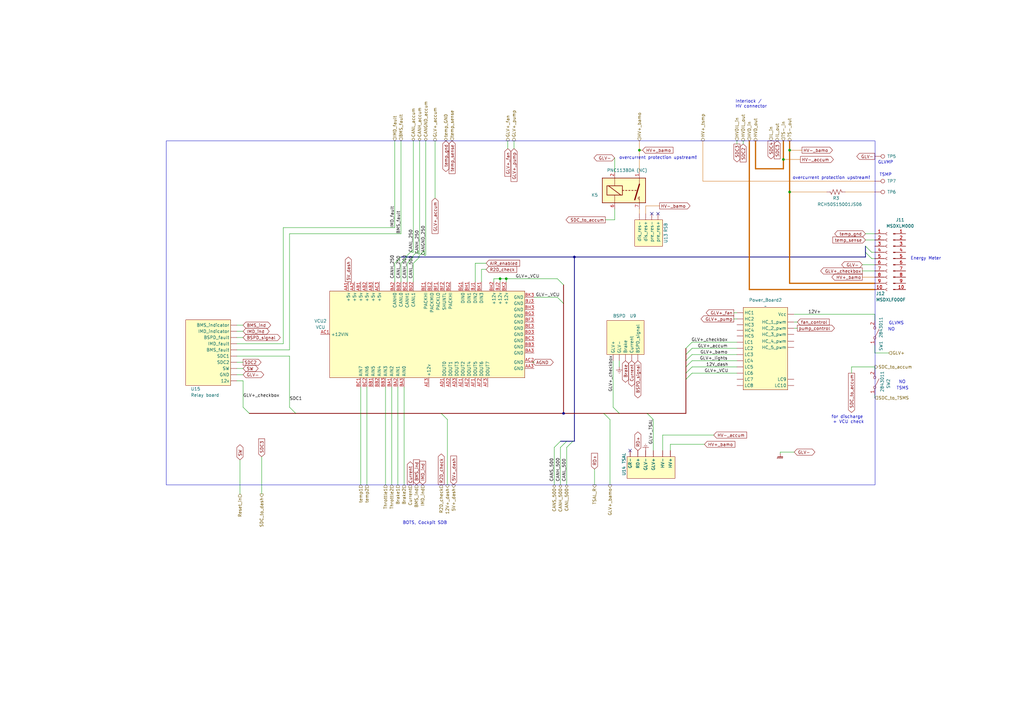
<source format=kicad_sch>
(kicad_sch (version 20231120) (generator "eeschema") (generator_version "8.0")
  (paper "A3")
  (title_block (title "SC FormulaE Electrical System"))
  (lib_symbols
    (symbol "Connector:Conn_01x10_Pin" (pin_names (offset 1.016) hide)
      (property "Reference" "J" (at 0 12.7 0))
      (property "Value" "Conn_01x10_Pin" (at 0 -15.24 0))
      (symbol "Conn_01x10_Pin_1_1"
        (polyline (pts (xy 1.27 -12.7) (xy 0.8636 -12.7)) (stroke (width 0.1524)))
        (polyline (pts (xy 1.27 -10.16) (xy 0.8636 -10.16)) (stroke (width 0.1524)))
        (polyline (pts (xy 1.27 -7.62) (xy 0.8636 -7.62)) (stroke (width 0.1524)))
        (polyline (pts (xy 1.27 -5.08) (xy 0.8636 -5.08)) (stroke (width 0.1524)))
        (polyline (pts (xy 1.27 -2.54) (xy 0.8636 -2.54)) (stroke (width 0.1524)))
        (polyline (pts (xy 1.27 0) (xy 0.8636 0)) (stroke (width 0.1524)))
        (polyline (pts (xy 1.27 2.54) (xy 0.8636 2.54)) (stroke (width 0.1524)))
        (polyline (pts (xy 1.27 5.08) (xy 0.8636 5.08)) (stroke (width 0.1524)))
        (polyline (pts (xy 1.27 7.62) (xy 0.8636 7.62)) (stroke (width 0.1524)))
        (polyline (pts (xy 1.27 10.16) (xy 0.8636 10.16)) (stroke (width 0.1524)))
        (rectangle (start 0.8636 -12.573) (end 0 -12.827) (stroke (width 0.1524)) (fill (type outline)))
        (rectangle (start 0.8636 -10.033) (end 0 -10.287) (stroke (width 0.1524)) (fill (type outline)))
        (rectangle (start 0.8636 -7.493) (end 0 -7.747) (stroke (width 0.1524)) (fill (type outline)))
        (rectangle (start 0.8636 -4.953) (end 0 -5.207) (stroke (width 0.1524)) (fill (type outline)))
        (rectangle (start 0.8636 -2.413) (end 0 -2.667) (stroke (width 0.1524)) (fill (type outline)))
        (rectangle (start 0.8636 0.127) (end 0 -0.127) (stroke (width 0.1524)) (fill (type outline)))
        (rectangle (start 0.8636 2.667) (end 0 2.413) (stroke (width 0.1524)) (fill (type outline)))
        (rectangle (start 0.8636 5.207) (end 0 4.953) (stroke (width 0.1524)) (fill (type outline)))
        (rectangle (start 0.8636 7.747) (end 0 7.493) (stroke (width 0.1524)) (fill (type outline)))
        (rectangle (start 0.8636 10.287) (end 0 10.033) (stroke (width 0.1524)) (fill (type outline)))
        (pin passive line (at 5.08 10.16 180) (length 3.81) (name "Pin_1") (number "1"))
        (pin passive line (at 5.08 -12.7 180) (length 3.81) (name "Pin_10") (number "10"))
        (pin passive line (at 5.08 7.62 180) (length 3.81) (name "Pin_2") (number "2"))
        (pin passive line (at 5.08 5.08 180) (length 3.81) (name "Pin_3") (number "3"))
        (pin passive line (at 5.08 2.54 180) (length 3.81) (name "Pin_4") (number "4"))
        (pin passive line (at 5.08 0 180) (length 3.81) (name "Pin_5") (number "5"))
        (pin passive line (at 5.08 -2.54 180) (length 3.81) (name "Pin_6") (number "6"))
        (pin passive line (at 5.08 -5.08 180) (length 3.81) (name "Pin_7") (number "7"))
        (pin passive line (at 5.08 -7.62 180) (length 3.81) (name "Pin_8") (number "8"))
        (pin passive line (at 5.08 -10.16 180) (length 3.81) (name "Pin_9") (number "9"))
      )
    )
    (symbol "Connector:Conn_01x10_Socket" (pin_names (offset 1.016) hide)
      (property "Reference" "J" (at 0 12.7 0))
      (property "Value" "Conn_01x10_Socket" (at 0 -15.24 0))
      (symbol "Conn_01x10_Socket_1_1"
        (arc (start 0 -12.192) (mid -0.5058 -12.7) (end 0 -13.208) (stroke (width 0.1524)))
        (arc (start 0 -9.652) (mid -0.5058 -10.16) (end 0 -10.668) (stroke (width 0.1524)))
        (arc (start 0 -7.112) (mid -0.5058 -7.62) (end 0 -8.128) (stroke (width 0.1524)))
        (arc (start 0 -4.572) (mid -0.5058 -5.08) (end 0 -5.588) (stroke (width 0.1524)))
        (arc (start 0 -2.032) (mid -0.5058 -2.54) (end 0 -3.048) (stroke (width 0.1524)))
        (polyline (pts (xy -1.27 -12.7) (xy -0.508 -12.7)) (stroke (width 0.1524)))
        (polyline (pts (xy -1.27 -10.16) (xy -0.508 -10.16)) (stroke (width 0.1524)))
        (polyline (pts (xy -1.27 -7.62) (xy -0.508 -7.62)) (stroke (width 0.1524)))
        (polyline (pts (xy -1.27 -5.08) (xy -0.508 -5.08)) (stroke (width 0.1524)))
        (polyline (pts (xy -1.27 -2.54) (xy -0.508 -2.54)) (stroke (width 0.1524)))
        (polyline (pts (xy -1.27 0) (xy -0.508 0)) (stroke (width 0.1524)))
        (polyline (pts (xy -1.27 2.54) (xy -0.508 2.54)) (stroke (width 0.1524)))
        (polyline (pts (xy -1.27 5.08) (xy -0.508 5.08)) (stroke (width 0.1524)))
        (polyline (pts (xy -1.27 7.62) (xy -0.508 7.62)) (stroke (width 0.1524)))
        (polyline (pts (xy -1.27 10.16) (xy -0.508 10.16)) (stroke (width 0.1524)))
        (arc (start 0 0.508) (mid -0.5058 0) (end 0 -0.508) (stroke (width 0.1524)))
        (arc (start 0 3.048) (mid -0.5058 2.54) (end 0 2.032) (stroke (width 0.1524)))
        (arc (start 0 5.588) (mid -0.5058 5.08) (end 0 4.572) (stroke (width 0.1524)))
        (arc (start 0 8.128) (mid -0.5058 7.62) (end 0 7.112) (stroke (width 0.1524)))
        (arc (start 0 10.668) (mid -0.5058 10.16) (end 0 9.652) (stroke (width 0.1524)))
        (pin passive line (at -5.08 10.16 0) (length 3.81) (name "Pin_1") (number "1"))
        (pin passive line (at -5.08 -12.7 0) (length 3.81) (name "Pin_10") (number "10"))
        (pin passive line (at -5.08 7.62 0) (length 3.81) (name "Pin_2") (number "2"))
        (pin passive line (at -5.08 5.08 0) (length 3.81) (name "Pin_3") (number "3"))
        (pin passive line (at -5.08 2.54 0) (length 3.81) (name "Pin_4") (number "4"))
        (pin passive line (at -5.08 0 0) (length 3.81) (name "Pin_5") (number "5"))
        (pin passive line (at -5.08 -2.54 0) (length 3.81) (name "Pin_6") (number "6"))
        (pin passive line (at -5.08 -5.08 0) (length 3.81) (name "Pin_7") (number "7"))
        (pin passive line (at -5.08 -7.62 0) (length 3.81) (name "Pin_8") (number "8"))
        (pin passive line (at -5.08 -10.16 0) (length 3.81) (name "Pin_9") (number "9"))
      )
    )
    (symbol "Connector:TestPoint" (pin_numbers hide) (pin_names (offset 0.762) hide)
      (property "Reference" "TP" (at 0 6.858 0))
      (property "Value" "TestPoint" (at 0 5.08 0))
      (symbol "TestPoint_0_1"
        (circle (center 0 3.302) (radius 0.762))
      )
      (symbol "TestPoint_1_1"
        (pin passive line (at 0 0 90) (length 2.54) (name "1") (number "1"))
      )
    )
    (symbol "Device:R_US" (pin_numbers hide) (pin_names (offset 0))
      (property "Reference" "R" (at 2.54 0 90))
      (property "Value" "R_US" (at -2.54 0 90))
      (symbol "R_US_0_1"
        (polyline (pts (xy 0 -2.286) (xy 0 -2.54)))
        (polyline (pts (xy 0 2.286) (xy 0 2.54)))
        (polyline (pts (xy 0 -0.762) (xy 1.016 -1.143) (xy 0 -1.524) (xy -1.016 -1.905) (xy 0 -2.286)))
        (polyline (pts (xy 0 0.762) (xy 1.016 0.381) (xy 0 0) (xy -1.016 -0.381) (xy 0 -0.762)))
        (polyline (pts (xy 0 2.286) (xy 1.016 1.905) (xy 0 1.524) (xy -1.016 1.143) (xy 0 0.762)))
      )
      (symbol "R_US_1_1"
        (pin passive line (at 0 3.81 270) (length 1.27) (name "~") (number "1"))
        (pin passive line (at 0 -3.81 90) (length 1.27) (name "~") (number "2"))
      )
    )
    (symbol "FSAE:VCU"
      (property "Reference" "VCU3" (at -6.3186 48.26 90))
      (property "Value" "VCU" (at -3.7786 48.26 90))
      (symbol "VCU_0_1"
        (rectangle (start -17.78 44.45) (end 17.78 -35.56) (fill (type background)))
      )
      (symbol "VCU_1_1"
        (pin output line (at 21.59 36.83 180) (length 3.81) (name "+5v") (number "AA1"))
        (pin output line (at 21.59 34.29 180) (length 3.81) (name "+5v") (number "AA2"))
        (pin output line (at -13.97 -39.37 90) (length 3.81) (name "GND") (number "AA3"))
        (pin output line (at 21.59 31.75 180) (length 3.81) (name "+5v") (number "AB1"))
        (pin output line (at 21.59 29.21 180) (length 3.81) (name "+5v") (number "AB2"))
        (pin output line (at 21.59 26.67 180) (length 3.81) (name "+5v") (number "AB3"))
        (pin input line (at 0 48.26 270) (length 3.81) (name "+12VIN") (number "AC1"))
        (pin output line (at -11.43 -39.37 90) (length 3.81) (name "GND") (number "AC2"))
        (pin output line (at 21.59 24.13 180) (length 3.81) (name "+5v") (number "AC3"))
        (pin output line (at -21.59 -2.54 0) (length 3.81) (name "DOUT0") (number "AD1"))
        (pin output line (at -21.59 -5.08 0) (length 3.81) (name "DOUT1") (number "AD2"))
        (pin output line (at -21.59 -7.62 0) (length 3.81) (name "DOUT3") (number "AD3"))
        (pin output line (at -21.59 -10.16 0) (length 3.81) (name "DOUT2") (number "AE1"))
        (pin output line (at -21.59 -12.7 0) (length 3.81) (name "DOUT4") (number "AE2"))
        (pin output line (at -21.59 3.81 0) (length 3.81) (name "+12v") (number "AE3"))
        (pin output line (at -21.59 -15.24 0) (length 3.81) (name "DOUT5") (number "AF1"))
        (pin output line (at -21.59 -17.78 0) (length 3.81) (name "DOUT6") (number "AF2"))
        (pin output line (at -21.59 -20.32 0) (length 3.81) (name "DOUT7") (number "AF3"))
        (pin output line (at -21.59 19.05 0) (length 3.81) (name "AIN2") (number "BA1"))
        (pin output line (at -21.59 16.51 0) (length 3.81) (name "AIN1") (number "BA2"))
        (pin output line (at 21.59 17.78 180) (length 3.81) (name "CANH0") (number "BA2"))
        (pin output line (at -21.59 13.97 0) (length 3.81) (name "AIN0") (number "BA3"))
        (pin output line (at -7.62 -39.37 90) (length 3.81) (name "GND") (number "BA3"))
        (pin output line (at -21.59 26.67 0) (length 3.81) (name "AIN5") (number "BB1"))
        (pin output line (at -21.59 24.13 0) (length 3.81) (name "AIN4") (number "BB2"))
        (pin output line (at 21.59 15.24 180) (length 3.81) (name "CANL0") (number "BB2"))
        (pin output line (at -21.59 21.59 0) (length 3.81) (name "AIN3") (number "BB3"))
        (pin output line (at -5.08 -39.37 90) (length 3.81) (name "GND") (number "BB3"))
        (pin output line (at -21.59 31.75 0) (length 3.81) (name "AIN7") (number "BC1"))
        (pin output line (at -21.59 29.21 0) (length 3.81) (name "AIN6") (number "BC2"))
        (pin output line (at 21.59 12.7 180) (length 3.81) (name "CANH1") (number "BC2"))
        (pin output line (at -2.54 -39.37 90) (length 3.81) (name "GND") (number "BC3"))
        (pin output line (at 21.59 10.16 180) (length 3.81) (name "CANL1") (number "BD2"))
        (pin output line (at 0 -39.37 90) (length 3.81) (name "GND") (number "BD3"))
        (pin output line (at 21.59 5.08 180) (length 3.81) (name "PACKHI") (number "BE1"))
        (pin output line (at 21.59 2.54 180) (length 3.81) (name "PACKMID") (number "BE2"))
        (pin output line (at 2.54 -39.37 90) (length 3.81) (name "GND") (number "BE3"))
        (pin output line (at 21.59 0 180) (length 3.81) (name "PACKLO") (number "BF1"))
        (pin output line (at 21.59 -2.54 180) (length 3.81) (name "SHUNTL") (number "BF2"))
        (pin output line (at 5.08 -39.37 90) (length 3.81) (name "GND") (number "BF3"))
        (pin output line (at 21.59 -10.16 180) (length 3.81) (name "DIN0") (number "BG1"))
        (pin output line (at 21.59 -5.08 180) (length 3.81) (name "PACKHI") (number "BG2"))
        (pin output line (at 7.62 -39.37 90) (length 3.81) (name "GND") (number "BG3"))
        (pin output line (at 21.59 -12.7 180) (length 3.81) (name "DIN1") (number "BH1"))
        (pin output line (at 21.59 -22.86 180) (length 3.81) (name "+12v") (number "BH2"))
        (pin output line (at 10.16 -39.37 90) (length 3.81) (name "GND") (number "BH3"))
        (pin output line (at 21.59 -15.24 180) (length 3.81) (name "DIN2") (number "BJ1"))
        (pin output line (at 21.59 -25.4 180) (length 3.81) (name "+12v") (number "BJ2"))
        (pin output line (at 12.7 -39.37 90) (length 3.81) (name "GND") (number "BJ3"))
        (pin output line (at 21.59 -17.78 180) (length 3.81) (name "DIN3") (number "BK1"))
        (pin output line (at 21.59 -27.94 180) (length 3.81) (name "+12v") (number "BK2"))
        (pin output line (at 15.24 -39.37 90) (length 3.81) (name "GND") (number "BK3"))
      )
    )
    (symbol "Power_Board_1"
      (property "Reference" "Power_Board2" (at 14.224 30.48 0))
      (property "Value" "~" (at 14.224 27.94 0))
      (symbol "Power_Board_1_1_1"
        (rectangle (start 5.08 27.432) (end 23.368 -6.35) (fill (type background)))
        (pin input line (at 25.908 25.273 180) (length 2.54) (name "HC1") (number ""))
        (pin input line (at 25.908 22.733 180) (length 2.54) (name "HC2") (number ""))
        (pin input line (at 25.908 20.32 180) (length 2.54) (name "HC3") (number ""))
        (pin input line (at 25.908 18.034 180) (length 2.54) (name "HC4") (number ""))
        (pin input line (at 25.908 15.748 180) (length 2.54) (name "HC5") (number ""))
        (pin input line (at 2.54 21.463 0) (length 2.54) (name "HC_1_pwm") (number ""))
        (pin input line (at 2.54 18.923 0) (length 2.54) (name "HC_2_pwm") (number ""))
        (pin input line (at 2.54 16.383 0) (length 2.54) (name "HC_3_pwm") (number ""))
        (pin input line (at 2.54 13.589 0) (length 2.54) (name "HC_4_pwm") (number ""))
        (pin input line (at 2.54 11.049 0) (length 2.54) (name "HC_5_pwm") (number ""))
        (pin input line (at 25.908 13.208 180) (length 2.54) (name "LC1") (number ""))
        (pin input line (at 2.54 -4.572 0) (length 2.54) (name "LC10") (number ""))
        (pin input line (at 25.908 10.668 180) (length 2.54) (name "LC2") (number ""))
        (pin input line (at 25.908 8.128 180) (length 2.54) (name "LC3") (number ""))
        (pin input line (at 25.908 5.588 180) (length 2.54) (name "LC4") (number ""))
        (pin input line (at 25.908 3.048 180) (length 2.54) (name "LC5") (number ""))
        (pin input line (at 25.908 0.508 180) (length 2.54) (name "LC6") (number ""))
        (pin input line (at 25.908 -2.032 180) (length 2.54) (name "LC7") (number ""))
        (pin input line (at 25.908 -4.572 180) (length 2.54) (name "LC8") (number ""))
        (pin input line (at 2.54 -2.032 0) (length 2.54) (name "LC9") (number ""))
        (pin input line (at 2.54 24.638 0) (length 2.54) (name "Vcc") (number ""))
      )
    )
    (symbol "Random:BSPD"
      (property "Reference" "U" (at -3.81 5.08 0))
      (symbol "BSPD_1_1"
        (rectangle (start -6.35 3.81) (end 7.62 -11.43) (fill (type background)))
        (pin output line (at -8.89 -8.89 0) (length 2.54) (name "BSPD_signal") (number ""))
        (pin input line (at -8.89 -3.81 0) (length 2.54) (name "Brake") (number ""))
        (pin input line (at -8.89 -6.35 0) (length 2.54) (name "Current") (number ""))
        (pin input line (at -8.89 1.27 0) (length 2.54) (name "GLV+") (number ""))
        (pin input line (at -8.89 -1.27 0) (length 2.54) (name "GLV-") (number ""))
      )
    )
    (symbol "Random:RSB"
      (property "Reference" "U5" (at -5.715 6.985 0))
      (property "Value" "RSB" (at 0.635 6.985 0))
      (symbol "RSB_1_1"
        (rectangle (start -6.985 5.715) (end 3.81 -5.715) (fill (type background)))
        (pin input line (at 6.35 -1.27 180) (length 2.54) (name "dis_res+") (number ""))
        (pin input line (at 6.35 -3.81 180) (length 2.54) (name "dis_res-") (number ""))
        (pin input line (at 6.35 3.81 180) (length 2.54) (name "pre_res+") (number ""))
        (pin input line (at 6.35 1.27 180) (length 2.54) (name "pre_res-") (number ""))
      )
    )
    (symbol "Random:TSAL"
      (property "Reference" "U7" (at 12.7 0 0))
      (property "Value" "TSAL" (at 15.24 -2.54 0))
      (symbol "TSAL_1_1"
        (rectangle (start -8.255 4.445) (end 11.43 -4.445) (fill (type background)))
        (pin power_in line (at 0.635 -6.985 90) (length 2.54) (name "GLV+") (number ""))
        (pin power_in line (at 3.81 -6.985 90) (length 2.54) (name "GLV-") (number ""))
        (pin power_in line (at 10.16 -6.985 90) (length 2.54) (name "GR-") (number ""))
        (pin power_in line (at -6.35 -6.985 90) (length 2.54) (name "HV+") (number ""))
        (pin power_in line (at -3.175 -6.985 90) (length 2.54) (name "HV-") (number ""))
        (pin power_in line (at 6.985 -6.985 90) (length 2.54) (name "RD+") (number ""))
      )
    )
    (symbol "Relay:DIPxx-1Axx-11x"
      (property "Reference" "K" (at 8.89 3.81 0))
      (property "Value" "DIPxx-1Axx-11x" (at 8.89 1.27 0))
      (symbol "DIPxx-1Axx-11x_0_0"
        (polyline (pts (xy 5.08 5.08) (xy 5.08 2.54) (xy 4.445 3.175) (xy 5.08 3.81)))
      )
      (symbol "DIPxx-1Axx-11x_0_1"
        (rectangle (start -10.16 5.08) (end 7.62 -5.08) (stroke (width 0.254)) (fill (type background)))
        (rectangle (start -8.255 1.905) (end -1.905 -1.905) (stroke (width 0.254)))
        (polyline (pts (xy -7.62 -1.905) (xy -2.54 1.905)) (stroke (width 0.254)))
        (polyline (pts (xy -5.08 -5.08) (xy -5.08 -1.905)))
        (polyline (pts (xy -5.08 5.08) (xy -5.08 1.905)))
        (polyline (pts (xy -1.905 0) (xy -1.27 0)) (stroke (width 0.254)))
        (polyline (pts (xy -0.635 0) (xy 0 0)) (stroke (width 0.254)))
        (polyline (pts (xy 0.635 0) (xy 1.27 0)) (stroke (width 0.254)))
        (polyline (pts (xy 1.905 0) (xy 2.54 0)) (stroke (width 0.254)))
        (polyline (pts (xy 3.175 0) (xy 3.81 0)) (stroke (width 0.254)))
        (polyline (pts (xy 5.08 -2.54) (xy 3.175 3.81)) (stroke (width 0.508)))
        (polyline (pts (xy 5.08 -2.54) (xy 5.08 -5.08)))
      )
      (symbol "DIPxx-1Axx-11x_1_1"
        (pin passive line (at 5.08 -7.62 90) (length 2.54) (name "~") (number "1"))
        (pin passive line (at 5.08 -7.62 90) (length 2.54) hide (name "~") (number "14"))
        (pin passive line (at -5.08 -7.62 90) (length 2.54) (name "~") (number "2"))
        (pin passive line (at -5.08 7.62 270) (length 2.54) (name "~") (number "6"))
        (pin passive line (at 5.08 7.62 270) (length 2.54) (name "~") (number "7"))
        (pin passive line (at 5.08 7.62 270) (length 2.54) hide (name "~") (number "8"))
      )
    )
    (symbol "Relay_board_1"
      (property "Reference" "U14" (at -8.382 10.668 90))
      (property "Value" "Relay board" (at -10.922 10.668 90))
      (symbol "Relay_board_1_1_1"
        (rectangle (start -6.985 12.7) (end 19.939 -5.715) (fill (type background)))
        (pin power_in line (at -5.08 -8.255 90) (length 2.54) (name "12v") (number ""))
        (pin input line (at 7.62 -8.255 90) (length 2.54) (name "BMS_fault") (number ""))
        (pin output line (at 17.78 -8.255 90) (length 2.54) (name "BMS_indicator") (number ""))
        (pin input line (at 12.7 -8.255 90) (length 2.54) (name "BSPD_fault") (number ""))
        (pin power_in line (at -2.54 -8.255 90) (length 2.54) (name "GND") (number ""))
        (pin input line (at 10.16 -8.255 90) (length 2.54) (name "IMD_fault") (number ""))
        (pin output line (at 15.24 -8.255 90) (length 2.54) (name "IMD_indicator") (number ""))
        (pin input line (at 5.08 -8.255 90) (length 2.54) (name "SDC1") (number ""))
        (pin output line (at 2.54 -8.255 90) (length 2.54) (name "SDC2") (number ""))
        (pin input line (at 0 -8.255 90) (length 2.54) (name "SW") (number ""))
      )
    )
    (symbol "Switch:SW_SPST" (pin_names (offset 0) hide)
      (property "Reference" "SW" (at 0 3.175 0))
      (property "Value" "SW_SPST" (at 0 -2.54 0))
      (symbol "SW_SPST_0_0"
        (circle (center -2.032 0) (radius 0.508))
        (polyline (pts (xy -1.524 0.254) (xy 1.524 1.778)))
        (circle (center 2.032 0) (radius 0.508))
      )
      (symbol "SW_SPST_1_1"
        (pin passive line (at -5.08 0 0) (length 2.54) (name "A") (number "1"))
        (pin passive line (at 5.08 0 180) (length 2.54) (name "B") (number "2"))
      )
    )
    (symbol "power:Earth" (power) (pin_names (offset 0))
      (symbol "Earth_0_1"
        (polyline (pts (xy -0.635 -1.905) (xy 0.635 -1.905)))
        (polyline (pts (xy -0.127 -2.54) (xy 0.127 -2.54)))
        (polyline (pts (xy 0 -1.27) (xy 0 0)))
        (polyline (pts (xy 1.27 -1.27) (xy -1.27 -1.27)))
      )
      (symbol "Earth_1_1"
        (pin power_in line (at 0 0 270) (length 0) hide (name "Earth") (number "1"))
      )
    )
    (symbol "power:GNDPWR" (power) (pin_numbers hide) (pin_names (offset 0) hide)
      (property "Value" "GNDPWR" (at 0 -3.302 0))
      (symbol "GNDPWR_0_1"
        (polyline (pts (xy 0 -1.27) (xy 0 0)))
        (polyline (pts (xy -1.016 -1.27) (xy -1.27 -2.032) (xy -1.27 -2.032)) (stroke (width 0.2032)))
        (polyline (pts (xy -0.508 -1.27) (xy -0.762 -2.032) (xy -0.762 -2.032)) (stroke (width 0.2032)))
        (polyline (pts (xy 0 -1.27) (xy -0.254 -2.032) (xy -0.254 -2.032)) (stroke (width 0.2032)))
        (polyline (pts (xy 0.508 -1.27) (xy 0.254 -2.032) (xy 0.254 -2.032)) (stroke (width 0.2032)))
        (polyline (pts (xy 1.016 -1.27) (xy -1.016 -1.27) (xy -1.016 -1.27)) (stroke (width 0.2032)))
        (polyline (pts (xy 1.016 -1.27) (xy 0.762 -2.032) (xy 0.762 -2.032) (xy 0.762 -2.032)) (stroke (width 0.2032)))
      )
      (symbol "GNDPWR_1_1"
        (pin power_in line (at 0 0 270) (length 0) (name "~") (number "1"))
      )
    )
  )
  (junction (at 231.14 169.545))
  (junction (at 235.585 105.41))
  (junction (at 321.31 65.405))
  (junction (at 207.645 114.3))
  (junction (at 205.105 114.3))
  (junction (at 323.85 61.595))
  (junction (at 262.255 61.595))
  (junction (at 323.85 78.74))
  (no_connect (at 258.445 184.785))
  (no_connect (at 269.875 87.63))
  (no_connect (at 267.335 87.63))
  (bus_entry (at 251.46 167.005) (size 2.54 2.54))
  (bus_entry (at 265.43 169.545) (size 2.54 2.54))
  (bus_entry (at 232.41 180.975) (size -2.54 2.54))
  (bus_entry (at 167.005 107.95) (size 2.54 -2.54))
  (bus_entry (at 161.925 107.95) (size 2.54 -2.54))
  (bus_entry (at 247.65 169.545) (size 2.54 2.54))
  (bus_entry (at 228.6 114.3) (size 2.54 2.54))
  (bus_entry (at 169.545 107.95) (size 2.54 -2.54))
  (bus_entry (at 281.305 145.415) (size 2.54 -2.54))
  (bus_entry (at 228.6 121.92) (size 2.54 2.54))
  (bus_entry (at 281.305 153.035) (size 2.54 -2.54))
  (bus_entry (at 234.95 180.975) (size -2.54 2.54))
  (bus_entry (at 281.305 150.495) (size 2.54 -2.54))
  (bus_entry (at 164.465 107.95) (size 2.54 -2.54))
  (bus_entry (at 180.975 169.545) (size 2.54 2.54))
  (bus_entry (at 168.91 102.87) (size -2.54 2.54))
  (bus_entry (at 281.305 142.875) (size 2.54 -2.54))
  (bus_entry (at 354.965 100.965) (size 2.54 2.54))
  (bus_entry (at 281.305 155.575) (size 2.54 -2.54))
  (bus_entry (at 281.305 147.955) (size 2.54 -2.54))
  (bus_entry (at 171.45 105.41) (size 2.54 -2.54))
  (bus_entry (at 121.285 169.545) (size -2.54 -2.54))
  (bus_entry (at 168.91 105.41) (size 2.54 -2.54))
  (bus_entry (at 354.965 103.505) (size 2.54 2.54))
  (bus_entry (at 229.87 180.975) (size -2.54 2.54))
  (bus_entry (at 102.235 169.545) (size -2.54 -2.54))
  (wire (pts (xy 202.565 114.3) (xy 205.105 114.3)))
  (wire (pts (xy 147.955 198.755) (xy 147.955 158.75)))
  (wire (pts (xy 288.29 74.295) (xy 358.775 74.295)) (stroke (width 0) (color 204 102 0 1)))
  (wire (pts (xy 327.025 134.62) (xy 325.755 134.62)))
  (wire (pts (xy 197.485 110.49) (xy 197.485 115.57)))
  (wire (pts (xy 174.625 104.775) (xy 174.625 57.785)))
  (bus (pts (xy 166.37 105.41) (xy 164.465 105.41)))
  (wire (pts (xy 327.025 132.08) (xy 325.755 132.08)))
  (wire (pts (xy 267.97 172.085) (xy 267.97 184.785)))
  (wire (pts (xy 302.26 145.415) (xy 283.845 145.415)))
  (wire (pts (xy 283.845 150.495) (xy 302.26 150.495)))
  (bus (pts (xy 281.305 147.955) (xy 281.305 150.495)) (stroke (width 0) (color 132 0 0 1)))
  (wire (pts (xy 168.91 103.505) (xy 168.91 102.87)))
  (wire (pts (xy 243.84 198.755) (xy 243.84 192.405)))
  (wire (pts (xy 97.155 151.13) (xy 99.695 151.13)))
  (wire (pts (xy 358.775 163.195) (xy 358.775 161.925)))
  (wire (pts (xy 165.735 158.75) (xy 165.735 198.755)))
  (wire (pts (xy 171.45 104.14) (xy 172.085 104.14)))
  (wire (pts (xy 353.695 111.125) (xy 358.775 111.125)))
  (wire (pts (xy 107.315 187.325) (xy 107.315 202.565)))
  (wire (pts (xy 320.04 185.42) (xy 325.755 185.42)))
  (wire (pts (xy 262.255 87.63) (xy 262.255 85.725)) (stroke (width 0) (color 204 102 0 1)))
  (bus (pts (xy 102.235 169.545) (xy 121.285 169.545)) (stroke (width 0) (color 132 0 0 1)))
  (wire (pts (xy 99.695 156.21) (xy 99.695 167.005)))
  (wire (pts (xy 202.565 115.57) (xy 202.565 114.3)))
  (wire (pts (xy 99.695 148.59) (xy 97.155 148.59)))
  (wire (pts (xy 99.695 135.89) (xy 97.155 135.89)))
  (bus (pts (xy 354.965 103.505) (xy 354.965 105.41)))
  (wire (pts (xy 346.71 78.74) (xy 358.775 78.74)) (stroke (width 0) (color 204 102 0 1)))
  (wire (pts (xy 210.82 57.785) (xy 210.82 60.96)))
  (wire (pts (xy 321.31 69.215) (xy 321.31 65.405)) (stroke (width 0.508) (color 204 102 0 1)))
  (bus (pts (xy 180.975 169.545) (xy 121.285 169.545)) (stroke (width 0) (color 132 0 0 1)))
  (wire (pts (xy 118.745 146.05) (xy 118.745 167.005)))
  (wire (pts (xy 227.33 183.515) (xy 227.33 198.755)))
  (wire (pts (xy 205.105 114.3) (xy 207.645 114.3)))
  (wire (pts (xy 349.25 150.495) (xy 358.775 150.495)))
  (wire (pts (xy 274.955 184.785) (xy 274.955 182.245)))
  (wire (pts (xy 199.39 110.49) (xy 197.485 110.49)))
  (wire (pts (xy 171.45 104.14) (xy 171.45 102.87)))
  (wire (pts (xy 116.205 93.345) (xy 161.925 93.345)))
  (wire (pts (xy 207.645 114.3) (xy 228.6 114.3)))
  (wire (pts (xy 323.85 116.205) (xy 358.775 116.205)) (stroke (width 0.508) (color 204 102 0 1)))
  (wire (pts (xy 288.29 57.785) (xy 288.29 74.295)) (stroke (width 0) (color 204 102 0 1)))
  (wire (pts (xy 358.775 150.495) (xy 358.775 151.765)))
  (wire (pts (xy 254 150.495) (xy 254 147.955)))
  (bus (pts (xy 231.14 124.46) (xy 231.14 169.545)) (stroke (width 0) (color 132 0 0 1)))
  (wire (pts (xy 150.495 158.75) (xy 150.495 198.755)))
  (wire (pts (xy 262.255 70.485) (xy 262.255 61.595)) (stroke (width 0) (color 204 102 0 1)))
  (wire (pts (xy 358.775 128.905) (xy 358.775 131.445)))
  (wire (pts (xy 99.695 133.35) (xy 97.155 133.35)))
  (wire (pts (xy 251.46 147.955) (xy 251.46 167.005)))
  (wire (pts (xy 349.25 153.035) (xy 349.25 150.495)))
  (wire (pts (xy 219.075 148.59) (xy 218.44 148.59)))
  (wire (pts (xy 252.095 90.17) (xy 252.095 85.725)))
  (wire (pts (xy 172.085 104.14) (xy 172.085 57.785)))
  (wire (pts (xy 116.205 140.97) (xy 116.205 93.345)))
  (wire (pts (xy 358.775 108.585) (xy 353.695 108.585)))
  (bus (pts (xy 281.305 153.035) (xy 281.305 155.575)) (stroke (width 0) (color 132 0 0 1)))
  (wire (pts (xy 283.845 153.035) (xy 302.26 153.035)))
  (bus (pts (xy 254 169.545) (xy 265.43 169.545)) (stroke (width 0) (color 132 0 0 1)))
  (wire (pts (xy 321.31 65.405) (xy 321.31 57.785)) (stroke (width 0.508) (color 204 102 0 1)))
  (wire (pts (xy 307.34 57.785) (xy 307.34 118.745)) (stroke (width 0.508) (color 204 102 0 1)))
  (wire (pts (xy 323.85 61.595) (xy 323.85 78.74)) (stroke (width 0.508) (color 204 102 0 1)))
  (wire (pts (xy 250.19 172.085) (xy 250.19 198.755)))
  (wire (pts (xy 264.795 84.455) (xy 270.51 84.455)) (stroke (width 0) (color 204 102 0 1)))
  (wire (pts (xy 321.31 69.215) (xy 309.88 69.215)) (stroke (width 0.508) (color 204 102 0 1)))
  (wire (pts (xy 264.795 87.63) (xy 264.795 84.455)) (stroke (width 0) (color 204 102 0 1)))
  (wire (pts (xy 178.435 57.785) (xy 178.435 81.28)))
  (wire (pts (xy 169.545 103.505) (xy 169.545 57.785)))
  (wire (pts (xy 98.425 188.595) (xy 98.425 202.565)))
  (bus (pts (xy 169.545 105.41) (xy 168.91 105.41)))
  (wire (pts (xy 271.78 178.435) (xy 271.78 184.785)))
  (wire (pts (xy 274.955 182.245) (xy 288.925 182.245)))
  (wire (pts (xy 321.31 65.405) (xy 328.295 65.405)) (stroke (width 0) (color 204 102 0 1)))
  (wire (pts (xy 307.34 118.745) (xy 358.775 118.745)) (stroke (width 0.508) (color 204 102 0 1)))
  (bus (pts (xy 281.305 142.875) (xy 281.305 145.415)) (stroke (width 0) (color 132 0 0 1)))
  (bus (pts (xy 235.585 180.975) (xy 234.95 180.975)))
  (wire (pts (xy 358.775 144.78) (xy 358.775 141.605)))
  (wire (pts (xy 232.41 183.515) (xy 232.41 198.755)))
  (wire (pts (xy 97.155 153.67) (xy 99.695 153.67)))
  (bus (pts (xy 171.45 105.41) (xy 172.085 105.41)))
  (wire (pts (xy 304.8 59.055) (xy 304.8 57.785)))
  (bus (pts (xy 231.14 169.545) (xy 247.65 169.545)) (stroke (width 0) (color 132 0 0 1)))
  (wire (pts (xy 309.88 69.215) (xy 309.88 57.785)) (stroke (width 0.508) (color 204 102 0 1)))
  (bus (pts (xy 168.91 105.41) (xy 167.005 105.41)))
  (bus (pts (xy 281.305 145.415) (xy 281.305 147.955)) (stroke (width 0) (color 132 0 0 1)))
  (wire (pts (xy 118.745 95.885) (xy 118.745 143.51)))
  (bus (pts (xy 167.005 105.41) (xy 166.37 105.41)))
  (wire (pts (xy 164.465 95.885) (xy 118.745 95.885)))
  (wire (pts (xy 161.925 57.785) (xy 161.925 93.345)))
  (wire (pts (xy 364.49 144.78) (xy 358.775 144.78)))
  (wire (pts (xy 283.845 147.955) (xy 302.26 147.955)))
  (wire (pts (xy 271.78 178.435) (xy 292.735 178.435)))
  (wire (pts (xy 99.695 138.43) (xy 97.155 138.43)))
  (wire (pts (xy 323.85 78.74) (xy 339.09 78.74)) (stroke (width 0) (color 204 102 0 1)))
  (bus (pts (xy 169.545 105.41) (xy 171.45 105.41)))
  (wire (pts (xy 354.965 98.425) (xy 358.775 98.425)))
  (wire (pts (xy 302.26 142.875) (xy 283.845 142.875)))
  (wire (pts (xy 158.115 158.75) (xy 158.115 198.755)))
  (wire (pts (xy 173.99 104.775) (xy 174.625 104.775)))
  (wire (pts (xy 262.255 61.595) (xy 263.525 61.595)) (stroke (width 0) (color 204 102 0 1)))
  (bus (pts (xy 232.41 180.975) (xy 229.87 180.975)))
  (wire (pts (xy 183.515 172.085) (xy 183.515 198.755)))
  (bus (pts (xy 235.585 105.41) (xy 235.585 180.975)))
  (wire (pts (xy 283.845 140.335) (xy 302.26 140.335)))
  (wire (pts (xy 300.99 128.27) (xy 302.26 128.27)))
  (wire (pts (xy 207.645 115.57) (xy 207.645 114.3)))
  (wire (pts (xy 300.99 130.81) (xy 302.26 130.81)))
  (bus (pts (xy 180.975 169.545) (xy 231.14 169.545)) (stroke (width 0) (color 132 0 0 1)))
  (wire (pts (xy 173.99 104.775) (xy 173.99 102.87)))
  (wire (pts (xy 325.755 128.905) (xy 358.775 128.905)))
  (wire (pts (xy 167.005 107.95) (xy 167.005 115.57)))
  (wire (pts (xy 323.85 78.74) (xy 323.85 116.205)) (stroke (width 0.508) (color 204 102 0 1)))
  (wire (pts (xy 357.505 103.505) (xy 358.775 103.505)))
  (bus (pts (xy 281.305 169.545) (xy 281.305 155.575)) (stroke (width 0) (color 132 0 0 1)))
  (wire (pts (xy 205.105 115.57) (xy 205.105 114.3)))
  (wire (pts (xy 320.04 186.055) (xy 320.04 185.42)))
  (wire (pts (xy 161.925 107.95) (xy 161.925 115.57)))
  (wire (pts (xy 164.465 107.95) (xy 164.465 115.57)))
  (wire (pts (xy 219.075 121.92) (xy 228.6 121.92)))
  (wire (pts (xy 97.155 146.05) (xy 118.745 146.05)))
  (wire (pts (xy 323.85 57.785) (xy 323.85 61.595)) (stroke (width 0.508) (color 204 102 0 1)))
  (wire (pts (xy 357.505 106.045) (xy 358.775 106.045)))
  (bus (pts (xy 281.305 150.495) (xy 281.305 153.035)) (stroke (width 0) (color 132 0 0 1)))
  (bus (pts (xy 234.95 180.975) (xy 232.41 180.975)))
  (bus (pts (xy 354.965 100.965) (xy 354.965 103.505)))
  (bus (pts (xy 172.085 105.41) (xy 235.585 105.41)))
  (wire (pts (xy 168.91 103.505) (xy 169.545 103.505)))
  (wire (pts (xy 229.87 183.515) (xy 229.87 198.755)))
  (wire (pts (xy 116.205 140.97) (xy 97.155 140.97)))
  (wire (pts (xy 97.155 143.51) (xy 118.745 143.51)))
  (bus (pts (xy 235.585 105.41) (xy 354.965 105.41)))
  (wire (pts (xy 194.945 107.95) (xy 194.945 115.57)))
  (wire (pts (xy 163.195 158.75) (xy 163.195 198.755)))
  (wire (pts (xy 208.28 57.785) (xy 208.28 60.96)))
  (bus (pts (xy 247.65 169.545) (xy 254 169.545)) (stroke (width 0) (color 132 0 0 1)))
  (wire (pts (xy 262.255 61.595) (xy 262.255 57.785)) (stroke (width 0) (color 204 102 0 1)))
  (wire (pts (xy 328.93 61.595) (xy 323.85 61.595)) (stroke (width 0) (color 204 102 0 1)))
  (wire (pts (xy 302.26 59.055) (xy 302.26 57.785)))
  (wire (pts (xy 169.545 107.95) (xy 169.545 115.57)))
  (wire (pts (xy 199.39 107.95) (xy 194.945 107.95)))
  (wire (pts (xy 164.465 57.785) (xy 164.465 95.885)))
  (bus (pts (xy 265.43 169.545) (xy 281.305 169.545)) (stroke (width 0) (color 132 0 0 1)))
  (wire (pts (xy 160.655 158.75) (xy 160.655 198.755)))
  (wire (pts (xy 97.155 156.21) (xy 99.695 156.21)))
  (wire (pts (xy 353.695 113.665) (xy 358.775 113.665)) (stroke (width 0) (color 204 102 0 1)))
  (wire (pts (xy 252.095 70.485) (xy 252.095 64.77)))
  (wire (pts (xy 354.965 95.885) (xy 358.775 95.885)))
  (bus (pts (xy 231.14 116.84) (xy 231.14 124.46)) (stroke (width 0) (color 132 0 0 1)))
  (wire (pts (xy 248.285 90.17) (xy 252.095 90.17)))
  (rectangle (start 68.199 57.785) (end 358.902 198.882))
  (text "Energy Meter" (at 379.73 106.045 0) (effects (font (size 1.27 1.27))))
  (text "BOTS, Cockpit SDB" (at 165.1 215.265 0) (effects (font (size 1.27 1.27)) (justify left bottom)))
  (text "GLVMP" (at 363.22 66.675 0) (effects (font (size 1.27 1.27))))
  (text "TSMP" (at 363.22 71.755 0) (effects (font (size 1.27 1.27))))
  (text "NO" (at 367.03 135.89 0) (effects (font (size 1.27 1.27)) (justify right bottom)))
  (text "Interlock / \nHV connector" (at 301.625 44.45 0) (effects (font (size 1.27 1.27)) (justify left bottom)))
  (text "overcurrent protection upstream!" (at 340.995 73.025 0) (effects (font (size 1.27 1.27))))
  (text "TSMS\n" (at 367.665 160.02 0) (effects (font (size 1.27 1.27)) (justify left bottom)))
  (text "for discharge \n+ VCU check" (at 347.98 172.085 0) (effects (font (size 1.27 1.27))))
  (text "overcurrent protection upstream!" (at 269.875 64.77 0) (effects (font (size 1.27 1.27))))
  (text "NO" (at 371.475 157.48 0) (effects (font (size 1.27 1.27)) (justify right bottom)))
  (text "GLVMS" (at 364.49 133.35 0) (effects (font (size 1.27 1.27)) (justify left bottom)))
  (label "GLV+_VCU" (at 288.925 153.035 0))
  (label "GLV+_checkbox" (at 298.45 140.335 180))
  (label "SDC1" (at 118.745 164.465 0))
  (label "CANL_250" (at 169.545 103.505 90))
  (label "12V_dash" (at 289.56 150.495 0))
  (label "GLV+_bamo" (at 298.45 145.415 180))
  (label "CANH_500" (at 167.005 114.3 90))
  (label "GLV-_VCU" (at 219.71 121.92 0))
  (label "GLV+_accum" (at 298.45 142.875 180))
  (label "CANH_250" (at 172.085 104.14 90))
  (label "IMD_fault" (at 161.925 93.345 90))
  (label "GLV+_checkbox" (at 251.46 160.655 90))
  (label "GLV+_checkbox" (at 99.695 163.195 0))
  (label "CANL_250" (at 164.465 114.3 90))
  (label "GLV+_VCU" (at 211.455 114.3 0))
  (label "BMS_fault" (at 164.465 95.885 90))
  (label "CANH_500" (at 229.87 197.485 90))
  (label "GLV+_TSAL" (at 267.97 182.245 90))
  (label "CANGND_250" (at 174.625 104.775 90))
  (label "CANL_500" (at 169.545 114.3 90))
  (label "CANH_250" (at 161.925 114.3 90))
  (label "12V+" (at 331.47 128.905 0))
  (label "CANS_500" (at 227.33 197.485 90))
  (label "GLV+_lights" (at 298.45 147.955 180))
  (label "CANL_500" (at 232.41 197.485 90))
  (global_label "RD+" (shape bidirectional) (at 261.62 184.785 90) (property "Intersheetrefs" "${INTERSHEET_REFS}" (effects (hide yes))))
  (global_label "IMD_ind" (shape input) (at 173.355 198.755 90) (property "Intersheetrefs" "${INTERSHEET_REFS}" (effects (hide yes))))
  (global_label "SDC_to_accum" (shape output) (at 349.25 153.035 270) (property "Intersheetrefs" "${INTERSHEET_REFS}" (effects (hide yes))))
  (global_label "IMD_ind" (shape bidirectional) (at 99.695 135.89 0) (property "Intersheetrefs" "${INTERSHEET_REFS}" (effects (hide yes))))
  (global_label "5V_dash" (shape output) (at 142.875 115.57 90) (property "Intersheetrefs" "${INTERSHEET_REFS}" (effects (hide yes))))
  (global_label "Current" (shape output) (at 168.275 198.755 90) (property "Intersheetrefs" "${INTERSHEET_REFS}" (effects (hide yes))))
  (global_label "SDC3" (shape input) (at 318.77 57.785 270) (property "Intersheetrefs" "${INTERSHEET_REFS}" (effects (hide yes))))
  (global_label "R2D_check" (shape input) (at 199.39 110.49 0) (property "Intersheetrefs" "${INTERSHEET_REFS}" (effects (hide yes))))
  (global_label "fan_control" (shape input) (at 327.025 132.08 0) (property "Intersheetrefs" "${INTERSHEET_REFS}" (effects (hide yes))))
  (global_label "HV-_accum" (shape output) (at 328.295 65.405 0) (property "Intersheetrefs" "${INTERSHEET_REFS}" (effects (hide yes))))
  (global_label "BSPD_signal" (shape bidirectional) (at 261.62 147.955 270) (property "Intersheetrefs" "${INTERSHEET_REFS}" (effects (hide yes))))
  (global_label "SDC3" (shape input) (at 107.315 187.325 90) (property "Intersheetrefs" "${INTERSHEET_REFS}" (effects (hide yes))))
  (global_label "GLV-" (shape output) (at 358.775 64.135 180) (property "Intersheetrefs" "${INTERSHEET_REFS}" (effects (hide yes))))
  (global_label "SW" (shape bidirectional) (at 98.425 188.595 90) (property "Intersheetrefs" "${INTERSHEET_REFS}" (effects (hide yes))))
  (global_label "5V+_dash" (shape input) (at 186.055 198.755 90) (property "Intersheetrefs" "${INTERSHEET_REFS}" (effects (hide yes))))
  (global_label "GLV+_pump" (shape output) (at 300.99 130.81 180) (property "Intersheetrefs" "${INTERSHEET_REFS}" (effects (hide yes))))
  (global_label "BMS_ind" (shape bidirectional) (at 99.695 133.35 0) (property "Intersheetrefs" "${INTERSHEET_REFS}" (effects (hide yes))))
  (global_label "SDC2" (shape output) (at 99.695 148.59 0) (property "Intersheetrefs" "${INTERSHEET_REFS}" (effects (hide yes))))
  (global_label "GLV+_accum" (shape input) (at 178.435 81.28 270) (property "Intersheetrefs" "${INTERSHEET_REFS}" (effects (hide yes))))
  (global_label "GLV-" (shape bidirectional) (at 325.755 185.42 0) (property "Intersheetrefs" "${INTERSHEET_REFS}" (effects (hide yes))))
  (global_label "Current" (shape bidirectional) (at 259.08 147.955 270) (property "Intersheetrefs" "${INTERSHEET_REFS}" (effects (hide yes))))
  (global_label "HV+_bamo" (shape input) (at 288.925 182.245 0) (property "Intersheetrefs" "${INTERSHEET_REFS}" (effects (hide yes))))
  (global_label "SDC3" (shape output) (at 302.26 59.055 270) (property "Intersheetrefs" "${INTERSHEET_REFS}" (effects (hide yes))))
  (global_label "GLV+_fan" (shape input) (at 208.28 60.96 270) (property "Intersheetrefs" "${INTERSHEET_REFS}" (effects (hide yes))))
  (global_label "Brake" (shape bidirectional) (at 256.54 147.955 270) (property "Intersheetrefs" "${INTERSHEET_REFS}" (effects (hide yes))))
  (global_label "GLV-" (shape bidirectional) (at 99.695 153.67 0) (property "Intersheetrefs" "${INTERSHEET_REFS}" (effects (hide yes))))
  (global_label "HV-_accum" (shape input) (at 292.735 178.435 0) (property "Intersheetrefs" "${INTERSHEET_REFS}" (effects (hide yes))))
  (global_label "temp_gnd" (shape bidirectional) (at 182.88 57.785 270) (property "Intersheetrefs" "${INTERSHEET_REFS}" (effects (hide yes))))
  (global_label "BSPD_signal" (shape bidirectional) (at 99.695 138.43 0) (property "Intersheetrefs" "${INTERSHEET_REFS}" (effects (hide yes))))
  (global_label "temp_sense" (shape input) (at 354.965 98.425 180) (property "Intersheetrefs" "${INTERSHEET_REFS}" (effects (hide yes))))
  (global_label "temp_sense" (shape input) (at 185.42 57.785 270) (property "Intersheetrefs" "${INTERSHEET_REFS}" (effects (hide yes))))
  (global_label "SW" (shape bidirectional) (at 99.695 151.13 0) (property "Intersheetrefs" "${INTERSHEET_REFS}" (effects (hide yes))))
  (global_label "RD+" (shape input) (at 243.84 192.405 90) (property "Intersheetrefs" "${INTERSHEET_REFS}" (effects (hide yes))))
  (global_label "SDC4" (shape output) (at 316.23 57.785 270) (property "Intersheetrefs" "${INTERSHEET_REFS}" (effects (hide yes))))
  (global_label "HV-_bamo" (shape output) (at 328.93 61.595 0) (property "Intersheetrefs" "${INTERSHEET_REFS}" (effects (hide yes))))
  (global_label "HV-_bamo" (shape output) (at 270.51 84.455 0) (property "Intersheetrefs" "${INTERSHEET_REFS}" (effects (hide yes))))
  (global_label "AGND" (shape bidirectional) (at 218.44 148.59 0) (property "Intersheetrefs" "${INTERSHEET_REFS}" (effects (hide yes))))
  (global_label "HV+_bamo" (shape input) (at 263.525 61.595 0) (property "Intersheetrefs" "${INTERSHEET_REFS}" (effects (hide yes))))
  (global_label "R2D_check" (shape output) (at 180.975 198.755 90) (property "Intersheetrefs" "${INTERSHEET_REFS}" (effects (hide yes))))
  (global_label "SDC2" (shape input) (at 304.8 59.055 270) (property "Intersheetrefs" "${INTERSHEET_REFS}" (effects (hide yes))))
  (global_label "GLV+_fan" (shape output) (at 300.99 128.27 180) (property "Intersheetrefs" "${INTERSHEET_REFS}" (effects (hide yes))))
  (global_label "SDC_to_accum" (shape output) (at 248.285 90.17 180) (property "Intersheetrefs" "${INTERSHEET_REFS}" (effects (hide yes))))
  (global_label "BMS_ind" (shape input) (at 170.815 198.755 90) (property "Intersheetrefs" "${INTERSHEET_REFS}" (effects (hide yes))))
  (global_label "temp_gnd" (shape bidirectional) (at 354.965 95.885 180) (property "Intersheetrefs" "${INTERSHEET_REFS}" (effects (hide yes))))
  (global_label "GLV-" (shape bidirectional) (at 252.095 64.77 180) (property "Intersheetrefs" "${INTERSHEET_REFS}" (effects (hide yes))))
  (global_label "GLV-" (shape bidirectional) (at 353.695 108.585 180) (property "Intersheetrefs" "${INTERSHEET_REFS}" (effects (hide yes))))
  (global_label "GLV+_checkbox" (shape output) (at 353.695 111.125 180) (property "Intersheetrefs" "${INTERSHEET_REFS}" (effects (hide yes))))
  (global_label "GLV+_pump" (shape input) (at 210.82 60.96 270) (property "Intersheetrefs" "${INTERSHEET_REFS}" (effects (hide yes))))
  (global_label "AIR_enabled" (shape input) (at 199.39 107.95 0) (property "Intersheetrefs" "${INTERSHEET_REFS}" (effects (hide yes))))
  (global_label "pump_control" (shape output) (at 327.025 134.62 0) (property "Intersheetrefs" "${INTERSHEET_REFS}" (effects (hide yes))))
  (global_label "HV+_bamo" (shape output) (at 353.695 113.665 180) (property "Intersheetrefs" "${INTERSHEET_REFS}" (effects (hide yes))))
  (hierarchical_label "CANL_500" (shape bidirectional) (at 232.41 198.755 270))
  (hierarchical_label "temp2" (shape input) (at 150.495 198.755 270))
  (hierarchical_label "R2D_check" (shape input) (at 180.975 198.755 270))
  (hierarchical_label "SDC_to_TSMS" (shape input) (at 358.775 163.195 0))
  (hierarchical_label "HVDIL_out" (shape output) (at 304.8 57.785 90))
  (hierarchical_label "SDC_to_accum" (shape output) (at 358.775 150.495 0))
  (hierarchical_label "Throttle2" (shape input) (at 160.655 198.755 270))
  (hierarchical_label "CANH_500" (shape bidirectional) (at 229.87 198.755 270))
  (hierarchical_label "IMD_fault" (shape input) (at 161.925 57.785 90))
  (hierarchical_label "CANGND_accum" (shape bidirectional) (at 174.625 57.785 90))
  (hierarchical_label "TS-_out" (shape output) (at 323.85 57.785 90))
  (hierarchical_label "TSAL_R" (shape output) (at 243.84 198.755 270))
  (hierarchical_label "temp1" (shape input) (at 147.955 198.755 270))
  (hierarchical_label "5V+_dash" (shape output) (at 186.055 198.755 270))
  (hierarchical_label "HVD_out" (shape output) (at 309.88 57.785 90))
  (hierarchical_label "temp_sense" (shape input) (at 185.42 57.785 90))
  (hierarchical_label "CANL_accum" (shape bidirectional) (at 169.545 57.785 90))
  (hierarchical_label "GLV+" (shape input) (at 364.49 144.78 0))
  (hierarchical_label "Current" (shape input) (at 168.275 198.755 270))
  (hierarchical_label "GLV+_bamo" (shape output) (at 250.19 198.755 270))
  (hierarchical_label "Brake2" (shape input) (at 165.735 198.755 270))
  (hierarchical_label "IMD_ind" (shape input) (at 173.355 198.755 270))
  (hierarchical_label "CANH_accum" (shape bidirectional) (at 172.085 57.785 90))
  (hierarchical_label "HVD_in" (shape input) (at 307.34 57.785 90))
  (hierarchical_label "GLV+_fan" (shape output) (at 208.28 57.785 90))
  (hierarchical_label "12V+_dash" (shape output) (at 183.515 198.755 270))
  (hierarchical_label "Brake1" (shape input) (at 163.195 198.755 270))
  (hierarchical_label "SDC_to_dash" (shape output) (at 107.315 202.565 270))
  (hierarchical_label "HV+_bamo" (shape input) (at 262.255 57.785 90))
  (hierarchical_label "BMS_ind" (shape input) (at 170.815 198.755 270))
  (hierarchical_label "BMS_fault" (shape input) (at 164.465 57.785 90))
  (hierarchical_label "IL_out" (shape output) (at 318.77 57.785 90))
  (hierarchical_label "CANS_500" (shape bidirectional) (at 227.33 198.755 270))
  (hierarchical_label "HVDIL_in" (shape input) (at 302.26 57.785 90))
  (hierarchical_label "TS-_in" (shape input) (at 321.31 57.785 90))
  (hierarchical_label "temp_GND" (shape bidirectional) (at 182.88 57.785 90))
  (hierarchical_label "Reset_in" (shape input) (at 98.425 202.565 270))
  (hierarchical_label "GLV+_pump" (shape output) (at 210.82 57.785 90))
  (hierarchical_label "GLV+_accum" (shape output) (at 178.435 57.785 90))
  (hierarchical_label "Throttle1" (shape input) (at 158.115 198.755 270))
  (hierarchical_label "HV+_tsmp" (shape output) (at 288.29 57.785 90))
  (hierarchical_label "IL_in" (shape input) (at 316.23 57.785 90))
  (symbol (lib_id "power:GNDPWR") (at 320.04 186.055 0) (unit 1)
    (property "Reference" "#PWR09" (effects (hide yes)))
    (property "Value" "GNDPWR" (effects (hide yes)))
    (property "Description" "Power symbol creates a global label with name \"GNDPWR\" , global ground" (effects (hide yes)))
  )
  (symbol (lib_name "Relay_board_1") (lib_id "Random:Relay_board") (at 88.9 151.13 90) (unit 1)
    (property "Reference" "U15" (at 78.232 159.512 90) (effects (justify right)))
    (property "Value" "Relay board" (at 78.232 162.052 90) (effects (justify right)))
  )
  (symbol (lib_id "FSAE:VCU") (at 179.705 137.16 90) (unit 1)
    (property "Reference" "VCU2" (at 131.445 131.6638 90))
    (property "Value" "VCU" (at 131.445 134.2038 90))
  )
  (symbol (lib_id "Relay:DIPxx-1Axx-11x") (at 257.175 78.105 0) (mirror x) (unit 1)
    (property "Reference" "K5" (at 242.57 80.01 0) (effects (justify left)))
    (property "Value" "PNC113BDA (NC)" (at 248.92 69.85 0) (effects (justify left)))
    (property "Footprint" "Relay_THT:Relay_StandexMeder_DIP_LowProfile" (effects (hide yes)))
    (property "Datasheet" "https://www.sensata.com/sites/default/files/a/sensata-gigavac-gv24-sereies-800v-contactors-datasheet.pdf" (effects (hide yes)))
  )
  (symbol (lib_id "Switch:SW_SPST") (at 358.775 136.525 270) (mirror x) (unit 1)
    (property "Reference" "SW1" (at 361.315 139.827 0) (effects (justify right)))
    (property "Value" "2843011" (at 361.315 129.921 0) (effects (justify right)))
  )
  (symbol (lib_id "Connector:TestPoint") (at 358.775 78.74 270) (unit 1)
    (property "Reference" "TP6" (at 363.855 78.74 90) (effects (justify left)))
    (property "Value" "TestPoint" (effects (hide yes)))
  )
  (symbol (lib_id "Random:TSAL") (at 268.605 191.77 180) (unit 1)
    (property "Reference" "U14" (at 255.905 191.135 90) (effects (justify left)))
    (property "Value" "TSAL" (at 255.905 187.96 90))
  )
  (symbol (lib_id "Connector:TestPoint") (at 358.775 64.135 270) (unit 1)
    (property "Reference" "TP5" (at 363.855 64.135 90) (effects (justify left)))
    (property "Value" "TestPoint" (effects (hide yes)))
  )
  (symbol (lib_id "Random:RSB") (at 266.065 93.98 270) (mirror x) (unit 1)
    (property "Reference" "U13" (at 273.05 99.695 0) (effects (justify left)))
    (property "Value" "RSB" (at 273.05 93.345 0))
  )
  (symbol (lib_id "Switch:SW_SPST") (at 358.775 156.845 270) (mirror x) (unit 1)
    (property "Reference" "SW2" (at 364.363 155.321 0) (effects (justify right)))
    (property "Value" "2843011" (at 361.823 152.146 0) (effects (justify right)))
  )
  (symbol (lib_id "Connector:Conn_01x10_Pin") (at 366.395 106.045 0) (unit 1)
    (property "Reference" "J11" (at 369.189 90.17 0))
    (property "Value" "MSDXLM000" (at 369.189 92.71 0))
    (property "Description" "Generic connector, single row, 01x10, script generated" (effects (hide yes)))
  )
  (symbol (lib_id "Connector:TestPoint") (at 358.775 74.295 270) (unit 1)
    (property "Reference" "TP7" (at 363.855 74.295 90) (effects (justify left)))
    (property "Value" "TestPoint" (effects (hide yes)))
  )
  (symbol (lib_id "Device:R_US") (at 342.9 78.74 90) (mirror x) (unit 1)
    (property "Reference" "R3" (at 342.9 81.28 90))
    (property "Value" "RCH50S15001JS06" (at 344.424 83.82 90))
  )
  (symbol (lib_id "Connector:Conn_01x10_Socket") (at 363.855 106.045 0) (unit 1)
    (property "Reference" "J12" (at 359.283 120.396 0) (effects (justify left)))
    (property "Value" "MSDXLF000F" (at 359.283 122.936 0) (effects (justify left)))
    (property "Description" "Generic connector, single row, 01x10, script generated" (effects (hide yes)))
  )
  (symbol (lib_id "Random:BSPD") (at 252.73 139.065 90) (unit 1)
    (property "Reference" "U9" (at 260.985 129.54 90) (effects (justify left)))
    (property "Value" "BSPD" (at 254 129.54 90))
  )
  (symbol (lib_name "Power_Board_1") (lib_id "FSAE:Power_Board") (at 328.168 153.543 0) (mirror y) (unit 1)
    (property "Reference" "Power_Board2" (at 313.944 123.063 0))
    (property "Value" "~" (at 313.944 125.603 0))
  )
  (symbol (lib_id "power:Earth") (at 254 150.495 0) (unit 1)
    (property "Reference" "#PWR013" (effects (hide yes)))
    (property "Value" "Earth" (effects (hide yes)))
  )
  (symbol (lib_id "power:Earth") (at 264.795 184.785 180) (unit 1)
    (property "Reference" "#PWR08" (effects (hide yes)))
    (property "Value" "Earth" (effects (hide yes)))
  )
)
</source>
